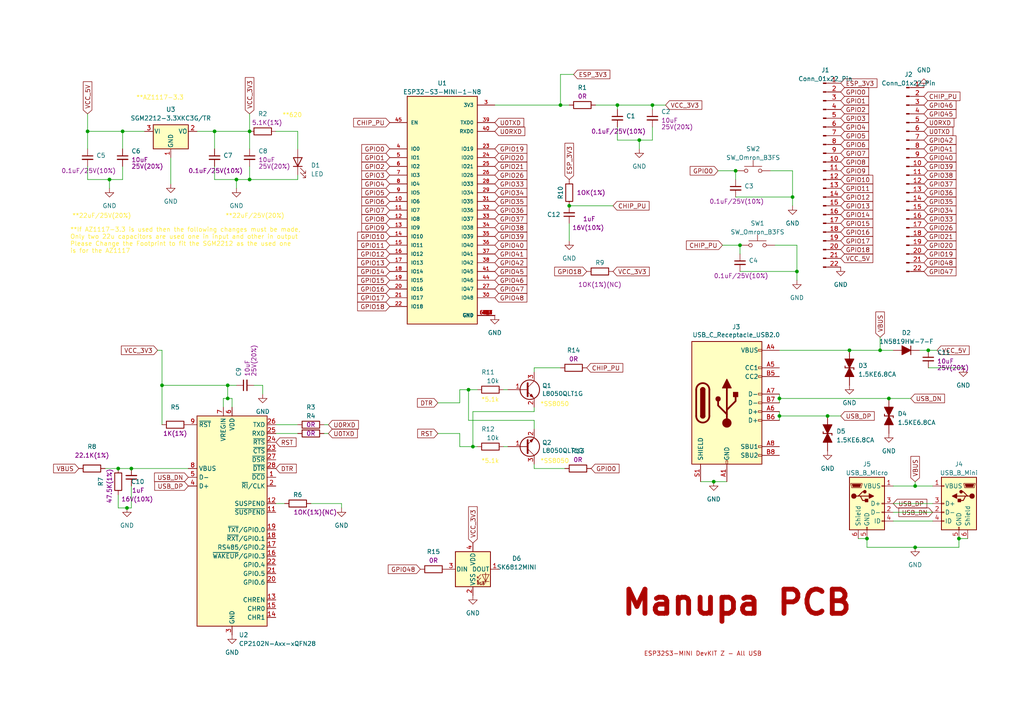
<source format=kicad_sch>
(kicad_sch (version 20230121) (generator eeschema)
  (paper "A4")
  (junction (at 35.56 38.1))
  (junction (at 257.81 115.57))
  (junction (at 165.1 59.69))
  (junction (at 62.23 38.1))
  (junction (at 265.43 140.97))
  (junction (at 213.36 49.53))
  (junction (at 179.07 30.48))
  (junction (at 229.87 57.15))
  (junction (at 162.56 30.48))
  (junction (at 66.04 115.57))
  (junction (at 46.99 111.76))
  (junction (at 31.75 52.07))
  (junction (at 25.4 38.1))
  (junction (at 68.58 52.07))
  (junction (at 72.39 38.1))
  (junction (at 240.03 120.65))
  (junction (at 36.83 147.32))
  (junction (at 265.43 158.75))
  (junction (at 246.38 101.6))
  (junction (at 231.14 78.74))
  (junction (at 137.16 129.54))
  (junction (at 226.06 120.65))
  (junction (at 207.01 139.7))
  (junction (at 278.13 156.21))
  (junction (at 189.23 30.48))
  (junction (at 255.27 101.6))
  (junction (at 214.63 71.12))
  (junction (at 38.1 135.89))
  (junction (at 269.24 101.6))
  (junction (at 72.39 52.07))
  (junction (at 66.04 111.76))
  (junction (at 226.06 115.57))
  (junction (at 185.42 40.64))
  (junction (at 34.29 135.89))
  (junction (at 251.46 156.21))
  (junction (at 135.89 113.03))
  (wire (pts (xy 255.27 97.79) (xy 255.27 101.6)))
  (wire (pts (xy 34.29 143.51) (xy 34.29 147.32)))
  (wire (pts (xy 214.63 73.66) (xy 214.63 71.12)))
  (wire (pts (xy 226.06 120.65) (xy 226.06 121.92)))
  (wire (pts (xy 207.01 139.7) (xy 210.82 139.7)))
  (wire (pts (xy 146.05 129.54) (xy 147.32 129.54)))
  (wire (pts (xy 179.07 40.64) (xy 185.42 40.64)))
  (wire (pts (xy 154.94 119.38) (xy 137.16 119.38)))
  (wire (pts (xy 38.1 135.89) (xy 54.61 135.89)))
  (wire (pts (xy 264.16 115.57) (xy 257.81 115.57)))
  (wire (pts (xy 38.1 147.32) (xy 36.83 147.32)))
  (wire (pts (xy 223.52 49.53) (xy 229.87 49.53)))
  (wire (pts (xy 189.23 30.48) (xy 193.04 30.48)))
  (wire (pts (xy 68.58 52.07) (xy 72.39 52.07)))
  (wire (pts (xy 209.55 71.12) (xy 214.63 71.12)))
  (wire (pts (xy 259.08 151.13) (xy 270.51 151.13)))
  (wire (pts (xy 62.23 52.07) (xy 62.23 48.26)))
  (wire (pts (xy 80.01 125.73) (xy 86.36 125.73)))
  (wire (pts (xy 127 116.84) (xy 133.35 116.84)))
  (wire (pts (xy 93.98 123.19) (xy 95.25 123.19)))
  (wire (pts (xy 68.58 52.07) (xy 68.58 54.61)))
  (wire (pts (xy 93.98 125.73) (xy 95.25 125.73)))
  (wire (pts (xy 189.23 40.64) (xy 189.23 36.83)))
  (wire (pts (xy 259.08 146.05) (xy 270.51 146.05)))
  (wire (pts (xy 259.08 148.59) (xy 270.51 148.59)))
  (wire (pts (xy 133.35 116.84) (xy 133.35 113.03)))
  (wire (pts (xy 147.32 113.03) (xy 146.05 113.03)))
  (wire (pts (xy 35.56 52.07) (xy 35.56 48.26)))
  (wire (pts (xy 72.39 52.07) (xy 72.39 48.26)))
  (wire (pts (xy 255.27 101.6) (xy 259.08 101.6)))
  (wire (pts (xy 25.4 52.07) (xy 25.4 48.26)))
  (wire (pts (xy 213.36 57.15) (xy 229.87 57.15)))
  (wire (pts (xy 64.77 118.11) (xy 64.77 115.57)))
  (wire (pts (xy 231.14 78.74) (xy 231.14 81.28)))
  (wire (pts (xy 154.94 118.11) (xy 154.94 119.38)))
  (wire (pts (xy 82.55 146.05) (xy 80.01 146.05)))
  (wire (pts (xy 133.35 125.73) (xy 133.35 129.54)))
  (wire (pts (xy 72.39 52.07) (xy 86.36 52.07)))
  (wire (pts (xy 203.2 139.7) (xy 207.01 139.7)))
  (wire (pts (xy 243.84 120.65) (xy 240.03 120.65)))
  (wire (pts (xy 165.1 59.69) (xy 177.8 59.69)))
  (wire (pts (xy 25.4 52.07) (xy 31.75 52.07)))
  (wire (pts (xy 278.13 158.75) (xy 278.13 156.21)))
  (wire (pts (xy 179.07 30.48) (xy 179.07 31.75)))
  (wire (pts (xy 259.08 140.97) (xy 265.43 140.97)))
  (wire (pts (xy 90.17 146.05) (xy 99.06 146.05)))
  (wire (pts (xy 154.94 106.68) (xy 162.56 106.68)))
  (wire (pts (xy 162.56 30.48) (xy 165.1 30.48)))
  (wire (pts (xy 265.43 158.75) (xy 278.13 158.75)))
  (wire (pts (xy 162.56 21.59) (xy 162.56 30.48)))
  (wire (pts (xy 154.94 135.89) (xy 163.83 135.89)))
  (wire (pts (xy 86.36 38.1) (xy 86.36 43.18)))
  (wire (pts (xy 72.39 38.1) (xy 72.39 43.18)))
  (wire (pts (xy 66.04 111.76) (xy 46.99 111.76)))
  (wire (pts (xy 137.16 119.38) (xy 137.16 129.54)))
  (wire (pts (xy 226.06 119.38) (xy 226.06 120.65)))
  (wire (pts (xy 226.06 115.57) (xy 226.06 116.84)))
  (wire (pts (xy 34.29 147.32) (xy 36.83 147.32)))
  (wire (pts (xy 246.38 101.6) (xy 255.27 101.6)))
  (wire (pts (xy 229.87 49.53) (xy 229.87 57.15)))
  (wire (pts (xy 35.56 43.18) (xy 35.56 38.1)))
  (wire (pts (xy 38.1 140.97) (xy 38.1 147.32)))
  (wire (pts (xy 214.63 78.74) (xy 231.14 78.74)))
  (wire (pts (xy 57.15 38.1) (xy 62.23 38.1)))
  (wire (pts (xy 86.36 50.8) (xy 86.36 52.07)))
  (wire (pts (xy 25.4 38.1) (xy 35.56 38.1)))
  (wire (pts (xy 185.42 40.64) (xy 189.23 40.64)))
  (wire (pts (xy 224.79 71.12) (xy 231.14 71.12)))
  (wire (pts (xy 62.23 38.1) (xy 72.39 38.1)))
  (wire (pts (xy 179.07 40.64) (xy 179.07 36.83)))
  (wire (pts (xy 25.4 38.1) (xy 25.4 43.18)))
  (wire (pts (xy 226.06 101.6) (xy 246.38 101.6)))
  (wire (pts (xy 99.06 147.32) (xy 99.06 146.05)))
  (wire (pts (xy 46.99 111.76) (xy 46.99 123.19)))
  (wire (pts (xy 166.37 21.59) (xy 162.56 21.59)))
  (wire (pts (xy 46.99 101.6) (xy 46.99 111.76)))
  (wire (pts (xy 154.94 107.95) (xy 154.94 106.68)))
  (wire (pts (xy 229.87 57.15) (xy 229.87 59.69)))
  (wire (pts (xy 138.43 129.54) (xy 137.16 129.54)))
  (wire (pts (xy 179.07 30.48) (xy 189.23 30.48)))
  (wire (pts (xy 76.2 114.3) (xy 76.2 111.76)))
  (wire (pts (xy 133.35 113.03) (xy 135.89 113.03)))
  (wire (pts (xy 154.94 121.92) (xy 154.94 124.46)))
  (wire (pts (xy 231.14 71.12) (xy 231.14 78.74)))
  (wire (pts (xy 226.06 114.3) (xy 226.06 115.57)))
  (wire (pts (xy 68.58 111.76) (xy 66.04 111.76)))
  (wire (pts (xy 34.29 135.89) (xy 38.1 135.89)))
  (wire (pts (xy 66.04 115.57) (xy 67.31 115.57)))
  (wire (pts (xy 278.13 156.21) (xy 280.67 156.21)))
  (wire (pts (xy 143.51 30.48) (xy 162.56 30.48)))
  (wire (pts (xy 31.75 52.07) (xy 35.56 52.07)))
  (wire (pts (xy 189.23 30.48) (xy 189.23 31.75)))
  (wire (pts (xy 208.28 49.53) (xy 213.36 49.53)))
  (wire (pts (xy 25.4 33.02) (xy 25.4 38.1)))
  (wire (pts (xy 265.43 140.97) (xy 270.51 140.97)))
  (wire (pts (xy 248.92 156.21) (xy 251.46 156.21)))
  (wire (pts (xy 45.72 101.6) (xy 46.99 101.6)))
  (wire (pts (xy 137.16 129.54) (xy 133.35 129.54)))
  (wire (pts (xy 135.89 113.03) (xy 135.89 121.92)))
  (wire (pts (xy 266.7 101.6) (xy 269.24 101.6)))
  (wire (pts (xy 67.31 115.57) (xy 67.31 118.11)))
  (wire (pts (xy 31.75 52.07) (xy 31.75 54.61)))
  (wire (pts (xy 127 125.73) (xy 133.35 125.73)))
  (wire (pts (xy 251.46 158.75) (xy 251.46 156.21)))
  (wire (pts (xy 269.24 106.68) (xy 279.4 106.68)))
  (wire (pts (xy 72.39 33.02) (xy 72.39 38.1)))
  (wire (pts (xy 80.01 38.1) (xy 86.36 38.1)))
  (wire (pts (xy 240.03 120.65) (xy 226.06 120.65)))
  (wire (pts (xy 64.77 115.57) (xy 66.04 115.57)))
  (wire (pts (xy 269.24 101.6) (xy 271.78 101.6)))
  (wire (pts (xy 66.04 111.76) (xy 66.04 115.57)))
  (wire (pts (xy 265.43 139.7) (xy 265.43 140.97)))
  (wire (pts (xy 30.48 135.89) (xy 34.29 135.89)))
  (wire (pts (xy 62.23 52.07) (xy 68.58 52.07)))
  (wire (pts (xy 135.89 121.92) (xy 154.94 121.92)))
  (wire (pts (xy 185.42 40.64) (xy 185.42 43.18)))
  (wire (pts (xy 49.53 45.72) (xy 49.53 53.34)))
  (wire (pts (xy 213.36 52.07) (xy 213.36 49.53)))
  (wire (pts (xy 80.01 123.19) (xy 86.36 123.19)))
  (wire (pts (xy 135.89 113.03) (xy 138.43 113.03)))
  (wire (pts (xy 154.94 134.62) (xy 154.94 135.89)))
  (wire (pts (xy 35.56 38.1) (xy 41.91 38.1)))
  (wire (pts (xy 257.81 115.57) (xy 226.06 115.57)))
  (wire (pts (xy 251.46 158.75) (xy 265.43 158.75)))
  (wire (pts (xy 165.1 69.85) (xy 165.1 64.77)))
  (wire (pts (xy 172.72 30.48) (xy 179.07 30.48)))
  (wire (pts (xy 62.23 38.1) (xy 62.23 43.18)))
  (wire (pts (xy 76.2 111.76) (xy 73.66 111.76)))
  (text "*SS8050" (at 165.1 118.11 0) (effects (font (size 1.27 1.27)) (justify right bottom)))
  (text "*SS8050" (at 165.1 134.62 0) (effects (font (size 1.27 1.27)) (justify right bottom)))
  (text "**If AZ1117-3.3 is used then the following changes must be made, \nOnly two 22u capacitors are used one in input and other in output\nPlease Change the Footprint to fit the SGM2212 as the used one \nis for the AZ1117" (at 20.32 73.66 0) (effects (font (size 1.27 1.27)) (justify left bottom)))
  (text "**620" (at 87.63 34.29 0) (effects (font (size 1.27 1.27)) (justify right bottom)))
  (text "**AZ1117-3.3" (at 53.34 29.21 0) (effects (font (size 1.27 1.27)) (justify right bottom)))
  (text "*5.1k" (at 144.78 134.62 0) (effects (font (size 1.27 1.27)) (justify right bottom)))
  (text "**22uF/25V(20%)" (at 82.55 63.5 0) (effects (font (size 1.27 1.27)) (justify right bottom)))
  (text "*5.1k" (at 144.78 116.84 0) (effects (font (size 1.27 1.27)) (justify right bottom)))
  (text "**22uF/25V(20%)" (at 38.1 63.5 0) (effects (font (size 1.27 1.27)) (justify right bottom)))
  (text "Manupa PCB\n" (at 247.65 179.07 0) (effects (font (size 7 7) (thickness 1.4) bold) (justify right bottom)))
  (text "ESP32S3-MINI DevKIT Z - All USB" (at 220.98 190.5 0) (effects (font (size 1.27 1.27)) (justify right bottom)))
  (global_label "DTR" (shape input) (at 80.01 135.89 0) (property "Intersheetrefs" "${INTERSHEET_REFS}" (effects hide)))
  (global_label "GPIO13" (shape input) (at 243.84 59.69 0) (property "Intersheetrefs" "${INTERSHEET_REFS}" (effects hide)))
  (global_label "GPIO47" (shape input) (at 143.51 83.82 0) (property "Intersheetrefs" "${INTERSHEET_REFS}" (effects hide)))
  (global_label "GPIO36" (shape input) (at 143.51 60.96 0) (property "Intersheetrefs" "${INTERSHEET_REFS}" (effects hide)))
  (global_label "GPIO3" (shape input) (at 243.84 34.29 0) (property "Intersheetrefs" "${INTERSHEET_REFS}" (effects hide)))
  (global_label "VCC_3V3" (shape input) (at 72.39 33.02 90) (property "Intersheetrefs" "${INTERSHEET_REFS}" (effects hide)))
  (global_label "GPIO39" (shape input) (at 143.51 68.58 0) (property "Intersheetrefs" "${INTERSHEET_REFS}" (effects hide)))
  (global_label "GPIO41" (shape input) (at 267.97 43.18 0) (property "Intersheetrefs" "${INTERSHEET_REFS}" (effects hide)))
  (global_label "GPIO17" (shape input) (at 243.84 69.85 0) (property "Intersheetrefs" "${INTERSHEET_REFS}" (effects hide)))
  (global_label "GPIO10" (shape input) (at 243.84 52.07 0) (property "Intersheetrefs" "${INTERSHEET_REFS}" (effects hide)))
  (global_label "GPIO9" (shape input) (at 243.84 49.53 0) (property "Intersheetrefs" "${INTERSHEET_REFS}" (effects hide)))
  (global_label "GPIO1" (shape input) (at 243.84 29.21 0) (property "Intersheetrefs" "${INTERSHEET_REFS}" (effects hide)))
  (global_label "GPIO38" (shape input) (at 267.97 50.8 0) (property "Intersheetrefs" "${INTERSHEET_REFS}" (effects hide)))
  (global_label "GPIO1" (shape input) (at 113.03 45.72 180) (property "Intersheetrefs" "${INTERSHEET_REFS}" (effects hide)))
  (global_label "VCC_5V" (shape input) (at 243.84 74.93 0) (property "Intersheetrefs" "${INTERSHEET_REFS}" (effects hide)))
  (global_label "GPIO13" (shape input) (at 113.03 76.2 180) (property "Intersheetrefs" "${INTERSHEET_REFS}" (effects hide)))
  (global_label "GPIO18" (shape input) (at 113.03 88.9 180) (property "Intersheetrefs" "${INTERSHEET_REFS}" (effects hide)))
  (global_label "ESP_3V3" (shape input) (at 166.37 21.59 0) (property "Intersheetrefs" "${INTERSHEET_REFS}" (effects hide)))
  (global_label "GPIO41" (shape input) (at 143.51 73.66 0) (property "Intersheetrefs" "${INTERSHEET_REFS}" (effects hide)))
  (global_label "GPIO34" (shape input) (at 267.97 60.96 0) (property "Intersheetrefs" "${INTERSHEET_REFS}" (effects hide)))
  (global_label "VCC_3V3" (shape input) (at 193.04 30.48 0) (property "Intersheetrefs" "${INTERSHEET_REFS}" (effects hide)))
  (global_label "GPIO0" (shape input) (at 113.03 43.18 180) (property "Intersheetrefs" "${INTERSHEET_REFS}" (effects hide)))
  (global_label "GPIO20" (shape input) (at 267.97 71.12 0) (property "Intersheetrefs" "${INTERSHEET_REFS}" (effects hide)))
  (global_label "GPIO37" (shape input) (at 267.97 53.34 0) (property "Intersheetrefs" "${INTERSHEET_REFS}" (effects hide)))
  (global_label "GPIO21" (shape input) (at 267.97 68.58 0) (property "Intersheetrefs" "${INTERSHEET_REFS}" (effects hide)))
  (global_label "GPIO14" (shape input) (at 243.84 62.23 0) (property "Intersheetrefs" "${INTERSHEET_REFS}" (effects hide)))
  (global_label "GPIO3" (shape input) (at 113.03 50.8 180) (property "Intersheetrefs" "${INTERSHEET_REFS}" (effects hide)))
  (global_label "GPIO33" (shape input) (at 143.51 53.34 0) (property "Intersheetrefs" "${INTERSHEET_REFS}" (effects hide)))
  (global_label "VCC_5V" (shape input) (at 271.78 101.6 0) (property "Intersheetrefs" "${INTERSHEET_REFS}" (effects hide)))
  (global_label "GPIO12" (shape input) (at 113.03 73.66 180) (property "Intersheetrefs" "${INTERSHEET_REFS}" (effects hide)))
  (global_label "USB_DN" (shape input) (at 54.61 138.43 180) (property "Intersheetrefs" "${INTERSHEET_REFS}" (effects hide)))
  (global_label "GPIO39" (shape input) (at 267.97 48.26 0) (property "Intersheetrefs" "${INTERSHEET_REFS}" (effects hide)))
  (global_label "ESP_3V3" (shape input) (at 165.1 52.07 90) (property "Intersheetrefs" "${INTERSHEET_REFS}" (effects hide)))
  (global_label "VCC_3V3" (shape input) (at 45.72 101.6 180) (property "Intersheetrefs" "${INTERSHEET_REFS}" (effects hide)))
  (global_label "GPIO38" (shape input) (at 143.51 66.04 0) (property "Intersheetrefs" "${INTERSHEET_REFS}" (effects hide)))
  (global_label "GPIO17" (shape input) (at 113.03 86.36 180) (property "Intersheetrefs" "${INTERSHEET_REFS}" (effects hide)))
  (global_label "GPIO4" (shape input) (at 113.03 53.34 180) (property "Intersheetrefs" "${INTERSHEET_REFS}" (effects hide)))
  (global_label "GPIO46" (shape input) (at 267.97 30.48 0) (property "Intersheetrefs" "${INTERSHEET_REFS}" (effects hide)))
  (global_label "GPIO2" (shape input) (at 113.03 48.26 180) (property "Intersheetrefs" "${INTERSHEET_REFS}" (effects hide)))
  (global_label "CHIP_PU" (shape input) (at 170.18 106.68 0) (property "Intersheetrefs" "${INTERSHEET_REFS}" (effects hide)))
  (global_label "GPIO0" (shape input) (at 208.28 49.53 180) (property "Intersheetrefs" "${INTERSHEET_REFS}" (effects hide)))
  (global_label "GPIO6" (shape input) (at 243.84 41.91 0) (property "Intersheetrefs" "${INTERSHEET_REFS}" (effects hide)))
  (global_label "GPIO35" (shape input) (at 143.51 58.42 0) (property "Intersheetrefs" "${INTERSHEET_REFS}" (effects hide)))
  (global_label "GPIO33" (shape input) (at 267.97 63.5 0) (property "Intersheetrefs" "${INTERSHEET_REFS}" (effects hide)))
  (global_label "CHIP_PU" (shape input) (at 113.03 35.56 180) (property "Intersheetrefs" "${INTERSHEET_REFS}" (effects hide)))
  (global_label "USB_DN" (shape input) (at 264.16 115.57 0) (property "Intersheetrefs" "${INTERSHEET_REFS}" (effects hide)))
  (global_label "GPIO8" (shape input) (at 243.84 46.99 0) (property "Intersheetrefs" "${INTERSHEET_REFS}" (effects hide)))
  (global_label "GPIO21" (shape input) (at 143.51 48.26 0) (property "Intersheetrefs" "${INTERSHEET_REFS}" (effects hide)))
  (global_label "GPIO11" (shape input) (at 113.03 71.12 180) (property "Intersheetrefs" "${INTERSHEET_REFS}" (effects hide)))
  (global_label "GPIO2" (shape input) (at 243.84 31.75 0) (property "Intersheetrefs" "${INTERSHEET_REFS}" (effects hide)))
  (global_label "U0RXD" (shape input) (at 95.25 123.19 0) (property "Intersheetrefs" "${INTERSHEET_REFS}" (effects hide)))
  (global_label "GPIO46" (shape input) (at 143.51 81.28 0) (property "Intersheetrefs" "${INTERSHEET_REFS}" (effects hide)))
  (global_label "CHIP_PU" (shape input) (at 209.55 71.12 180) (property "Intersheetrefs" "${INTERSHEET_REFS}" (effects hide)))
  (global_label "U0RXD" (shape input) (at 143.51 38.1 0) (property "Intersheetrefs" "${INTERSHEET_REFS}" (effects hide)))
  (global_label "USB_DN" (shape input) (at 270.51 148.59 180) (property "Intersheetrefs" "${INTERSHEET_REFS}" (effects hide)))
  (global_label "GPIO37" (shape input) (at 143.51 63.5 0) (property "Intersheetrefs" "${INTERSHEET_REFS}" (effects hide)))
  (global_label "U0TXD" (shape input) (at 267.97 38.1 0) (property "Intersheetrefs" "${INTERSHEET_REFS}" (effects hide)))
  (global_label "GPIO0" (shape input) (at 243.84 26.67 0) (property "Intersheetrefs" "${INTERSHEET_REFS}" (effects hide)))
  (global_label "GPIO10" (shape input) (at 113.03 68.58 180) (property "Intersheetrefs" "${INTERSHEET_REFS}" (effects hide)))
  (global_label "GPIO48" (shape input) (at 143.51 86.36 0) (property "Intersheetrefs" "${INTERSHEET_REFS}" (effects hide)))
  (global_label "GPIO48" (shape input) (at 121.92 165.1 180) (property "Intersheetrefs" "${INTERSHEET_REFS}" (effects hide)))
  (global_label "RST" (shape input) (at 127 125.73 180) (property "Intersheetrefs" "${INTERSHEET_REFS}" (effects hide)))
  (global_label "VBUS" (shape input) (at 265.43 139.7 90) (property "Intersheetrefs" "${INTERSHEET_REFS}" (effects hide)))
  (global_label "VBUS" (shape input) (at 22.86 135.89 180) (property "Intersheetrefs" "${INTERSHEET_REFS}" (effects hide)))
  (global_label "CHIP_PU" (shape input) (at 177.8 59.69 0) (property "Intersheetrefs" "${INTERSHEET_REFS}" (effects hide)))
  (global_label "GPIO16" (shape input) (at 113.03 83.82 180) (property "Intersheetrefs" "${INTERSHEET_REFS}" (effects hide)))
  (global_label "USB_DP" (shape input) (at 259.08 146.05 0) (property "Intersheetrefs" "${INTERSHEET_REFS}" (effects hide)))
  (global_label "DTR" (shape input) (at 127 116.84 180) (property "Intersheetrefs" "${INTERSHEET_REFS}" (effects hide)))
  (global_label "U0TXD" (shape input) (at 95.25 125.73 0) (property "Intersheetrefs" "${INTERSHEET_REFS}" (effects hide)))
  (global_label "GPIO7" (shape input) (at 243.84 44.45 0) (property "Intersheetrefs" "${INTERSHEET_REFS}" (effects hide)))
  (global_label "RST" (shape input) (at 80.01 128.27 0) (property "Intersheetrefs" "${INTERSHEET_REFS}" (effects hide)))
  (global_label "CHIP_PU" (shape input) (at 267.97 27.94 0) (property "Intersheetrefs" "${INTERSHEET_REFS}" (effects hide)))
  (global_label "GPIO18" (shape input) (at 170.18 78.74 180) (property "Intersheetrefs" "${INTERSHEET_REFS}" (effects hide)))
  (global_label "GPIO16" (shape input) (at 243.84 67.31 0) (property "Intersheetrefs" "${INTERSHEET_REFS}" (effects hide)))
  (global_label "GPIO34" (shape input) (at 143.51 55.88 0) (property "Intersheetrefs" "${INTERSHEET_REFS}" (effects hide)))
  (global_label "GPIO15" (shape input) (at 113.03 81.28 180) (property "Intersheetrefs" "${INTERSHEET_REFS}" (effects hide)))
  (global_label "ESP_3V3" (shape input) (at 243.84 24.13 0) (property "Intersheetrefs" "${INTERSHEET_REFS}" (effects hide)))
  (global_label "GPIO35" (shape input) (at 267.97 58.42 0) (property "Intersheetrefs" "${INTERSHEET_REFS}" (effects hide)))
  (global_label "GPIO36" (shape input) (at 267.97 55.88 0) (property "Intersheetrefs" "${INTERSHEET_REFS}" (effects hide)))
  (global_label "GPIO5" (shape input) (at 243.84 39.37 0) (property "Intersheetrefs" "${INTERSHEET_REFS}" (effects hide)))
  (global_label "GPIO4" (shape input) (at 243.84 36.83 0) (property "Intersheetrefs" "${INTERSHEET_REFS}" (effects hide)))
  (global_label "GPIO19" (shape input) (at 143.51 43.18 0) (property "Intersheetrefs" "${INTERSHEET_REFS}" (effects hide)))
  (global_label "VCC_5V" (shape input) (at 25.4 33.02 90) (property "Intersheetrefs" "${INTERSHEET_REFS}" (effects hide)))
  (global_label "USB_DP" (shape input) (at 54.61 140.97 180) (property "Intersheetrefs" "${INTERSHEET_REFS}" (effects hide)))
  (global_label "VCC_3V3" (shape input) (at 137.16 157.48 90) (property "Intersheetrefs" "${INTERSHEET_REFS}" (effects hide)))
  (global_label "GPIO18" (shape input) (at 243.84 72.39 0) (property "Intersheetrefs" "${INTERSHEET_REFS}" (effects hide)))
  (global_label "GPIO42" (shape input) (at 143.51 76.2 0) (property "Intersheetrefs" "${INTERSHEET_REFS}" (effects hide)))
  (global_label "U0RXD" (shape input) (at 267.97 35.56 0) (property "Intersheetrefs" "${INTERSHEET_REFS}" (effects hide)))
  (global_label "GPIO48" (shape input) (at 267.97 76.2 0) (property "Intersheetrefs" "${INTERSHEET_REFS}" (effects hide)))
  (global_label "GPIO15" (shape input) (at 243.84 64.77 0) (property "Intersheetrefs" "${INTERSHEET_REFS}" (effects hide)))
  (global_label "GPIO19" (shape input) (at 267.97 73.66 0) (property "Intersheetrefs" "${INTERSHEET_REFS}" (effects hide)))
  (global_label "GPIO47" (shape input) (at 267.97 78.74 0) (property "Intersheetrefs" "${INTERSHEET_REFS}" (effects hide)))
  (global_label "GPIO26" (shape input) (at 143.51 50.8 0) (property "Intersheetrefs" "${INTERSHEET_REFS}" (effects hide)))
  (global_label "GPIO40" (shape input) (at 143.51 71.12 0) (property "Intersheetrefs" "${INTERSHEET_REFS}" (effects hide)))
  (global_label "GPIO42" (shape input) (at 267.97 40.64 0) (property "Intersheetrefs" "${INTERSHEET_REFS}" (effects hide)))
  (global_label "GPIO9" (shape input) (at 113.03 66.04 180) (property "Intersheetrefs" "${INTERSHEET_REFS}" (effects hide)))
  (global_label "GPIO5" (shape input) (at 113.03 55.88 180) (property "Intersheetrefs" "${INTERSHEET_REFS}" (effects hide)))
  (global_label "GPIO8" (shape input) (at 113.03 63.5 180) (property "Intersheetrefs" "${INTERSHEET_REFS}" (effects hide)))
  (global_label "VCC_3V3" (shape input) (at 177.8 78.74 0) (property "Intersheetrefs" "${INTERSHEET_REFS}" (effects hide)))
  (global_label "GPIO11" (shape input) (at 243.84 54.61 0) (property "Intersheetrefs" "${INTERSHEET_REFS}" (effects hide)))
  (global_label "GPIO12" (shape input) (at 243.84 57.15 0) (property "Intersheetrefs" "${INTERSHEET_REFS}" (effects hide)))
  (global_label "GPIO45" (shape input) (at 267.97 33.02 0) (property "Intersheetrefs" "${INTERSHEET_REFS}" (effects hide)))
  (global_label "GPIO26" (shape input) (at 267.97 66.04 0) (property "Intersheetrefs" "${INTERSHEET_REFS}" (effects hide)))
  (global_label "GPIO40" (shape input) (at 267.97 45.72 0) (property "Intersheetrefs" "${INTERSHEET_REFS}" (effects hide)))
  (global_label "USB_DP" (shape input) (at 243.84 120.65 0) (property "Intersheetrefs" "${INTERSHEET_REFS}" (effects hide)))
  (global_label "GPIO45" (shape input) (at 143.51 78.74 0) (property "Intersheetrefs" "${INTERSHEET_REFS}" (effects hide)))
  (global_label "U0TXD" (shape input) (at 143.51 35.56 0) (property "Intersheetrefs" "${INTERSHEET_REFS}" (effects hide)))
  (global_label "GPIO0" (shape input) (at 171.45 135.89 0) (property "Intersheetrefs" "${INTERSHEET_REFS}" (effects hide)))
  (global_label "GPIO20" (shape input) (at 143.51 45.72 0) (property "Intersheetrefs" "${INTERSHEET_REFS}" (effects hide)))
  (global_label "GPIO6" (shape input) (at 113.03 58.42 180) (property "Intersheetrefs" "${INTERSHEET_REFS}" (effects hide)))
  (global_label "GPIO14" (shape input) (at 113.03 78.74 180) (property "Intersheetrefs" "${INTERSHEET_REFS}" (effects hide)))
  (global_label "GPIO7" (shape input) (at 113.03 60.96 180) (property "Intersheetrefs" "${INTERSHEET_REFS}" (effects hide)))
  (global_label "VBUS" (shape input) (at 255.27 97.79 90) (property "Intersheetrefs" "${INTERSHEET_REFS}" (effects hide)))
  (symbol (lib_id "PCM_4ms_Power-symbol:GND") (at 99.06 147.32 0) (unit 1)
    (property "Reference" "#PWR012" (effects hide))
    (property "Value" "GND" (at 99.06 152.4 0))
  )
  (symbol (lib_id "Interface_USB:CP2102N-Axx-xQFN28") (at 67.31 151.13 0) (unit 1)
    (property "Reference" "U2" (at 69.2659 184.15 0) (effects (justify left)))
    (property "Value" "CP2102N-Axx-xQFN28" (at 69.2659 186.69 0) (effects (justify left)))
    (property "Footprint" "Package_DFN_QFN:QFN-28-1EP_5x5mm_P0.5mm_EP3.35x3.35mm" (effects hide))
    (property "Datasheet" "https://www.silabs.com/documents/public/data-sheets/cp2102n-datasheet.pdf" (effects hide))
  )
  (symbol (lib_id "PCM_4ms_Resistor:0R_0603") (at 167.64 135.89 90) (unit 1)
    (property "Reference" "R13" (at 167.64 130.81 90))
    (property "Value" "0R_0603" (effects hide))
    (property "Footprint" "PCM_4ms_Resistor:R_0603" (effects hide))
    (property "Specifications" "0R, 1%, 1/10W, 0603" (effects hide))
    (property "Manufacturer" "Yageo" (effects hide))
    (property "Part Number" "RC0603FR-100RL" (effects hide))
    (property "Display" "0R" (at 167.64 133.35 90))
    (property "JLCPCB ID" "C21189" (effects hide))
  )
  (symbol (lib_id "PCM_4ms_Power-symbol:GND") (at 231.14 81.28 0) (unit 1)
    (property "Reference" "#PWR06" (effects hide))
    (property "Value" "GND" (at 231.14 86.36 0))
  )
  (symbol (lib_id "PCM_4ms_Resistor:0R_0603") (at 168.91 30.48 90) (unit 1)
    (property "Reference" "R1" (at 168.91 25.4 90))
    (property "Value" "0R_0603" (effects hide))
    (property "Footprint" "PCM_4ms_Resistor:R_0603" (effects hide))
    (property "Specifications" "0R, 1%, 1/10W, 0603" (effects hide))
    (property "Manufacturer" "Yageo" (effects hide))
    (property "Part Number" "RC0603FR-100RL" (effects hide))
    (property "Display" "0R" (at 168.91 27.94 90))
    (property "JLCPCB ID" "C21189" (effects hide))
  )
  (symbol (lib_id "PCM_4ms_Power-symbol:GND") (at 246.38 111.76 0) (unit 1)
    (property "Reference" "#PWR021" (effects hide))
    (property "Value" "GND" (at 246.38 116.84 0))
  )
  (symbol (lib_id "PCM_4ms_Capacitor:0.1uF_0603_16V") (at 62.23 45.72 0) (unit 1)
    (property "Reference" "C7" (at 64.77 45.0913 0) (effects (justify left)))
    (property "Value" "0.1uF_0603_16V" (effects hide))
    (property "Footprint" "Capacitor_SMD:C_0603_1608Metric" (effects hide))
    (property "Specifications" "0.1uF, Min. 16V 10%, X7R or X5R or similar" (effects hide))
    (property "Manufacturer" "AVX Corporation" (effects hide))
    (property "Part Number" "0603YC104KAT2A" (effects hide))
    (property "Display" "0.1uF/25V(10%)" (at 54.61 49.53 0) (effects (justify left)))
    (property "JLCPCB ID" "C14663" (effects hide))
  )
  (symbol (lib_id "PCM_4ms_Capacitor:0.1uF_0603_16V") (at 179.07 34.29 0) (unit 1)
    (property "Reference" "C1" (at 181.61 33.6613 0) (effects (justify left)))
    (property "Value" "0.1uF_0603_16V" (effects hide))
    (property "Footprint" "Capacitor_SMD:C_0603_1608Metric" (effects hide))
    (property "Specifications" "0.1uF, Min. 16V 10%, X7R or X5R or similar" (effects hide))
    (property "Manufacturer" "AVX Corporation" (effects hide))
    (property "Part Number" "0603YC104KAT2A" (effects hide))
    (property "Display" "0.1uF/25V(10%)" (at 171.45 38.1 0) (effects (justify left)))
    (property "JLCPCB ID" "C14663" (effects hide))
  )
  (symbol (lib_id "PCM_4ms_Capacitor:0.1uF_0603_16V") (at 25.4 45.72 0) (unit 1)
    (property "Reference" "C5" (at 27.94 45.0913 0) (effects (justify left)))
    (property "Value" "0.1uF_0603_16V" (effects hide))
    (property "Footprint" "Capacitor_SMD:C_0603_1608Metric" (effects hide))
    (property "Specifications" "0.1uF, Min. 16V 10%, X7R or X5R or similar" (effects hide))
    (property "Manufacturer" "AVX Corporation" (effects hide))
    (property "Part Number" "0603YC104KAT2A" (effects hide))
    (property "Display" "0.1uF/25V(10%)" (at 17.78 49.53 0) (effects (justify left)))
    (property "JLCPCB ID" "C14663" (effects hide))
  )
  (symbol (lib_id "PCM_Diode_TVS_AKL:1.5KE6.8CA") (at 246.38 106.68 90) (unit 1)
    (property "Reference" "D3" (at 248.92 106.045 90) (effects (justify right)))
    (property "Value" "1.5KE6.8CA" (at 248.92 108.585 90) (effects (justify right)))
    (property "Footprint" "PCM_4ms_Resistor:R_0603" (effects hide))
    (property "Datasheet" "https://www.tme.eu/Document/574f55cd54a0c134073ea930418e1e69/1_5KE_ser.pdf" (effects hide))
  )
  (symbol (lib_id "Switch:SW_Omron_B3FS") (at 219.71 71.12 0) (unit 1)
    (property "Reference" "SW1" (at 219.71 64.77 0))
    (property "Value" "SW_Omron_B3FS" (at 219.71 67.31 0))
    (property "Footprint" "Button_Switch_SMD:SW_SPST_Omron_B3FS-100xP" (effects hide))
    (property "Datasheet" "https://omronfs.omron.com/en_US/ecb/products/pdf/en-b3fs.pdf" (effects hide))
  )
  (symbol (lib_id "Connector:Conn_01x22_Pin") (at 262.89 50.8 0) (unit 1)
    (property "Reference" "J2" (at 263.525 21.59 0))
    (property "Value" "Conn_01x22_Pin" (at 263.525 24.13 0))
    (property "Footprint" "Connector_PinHeader_2.00mm:PinHeader_1x22_P2.00mm_Vertical" (effects hide))
  )
  (symbol (lib_id "PCM_4ms_Capacitor:10uF_1206_35V") (at 269.24 104.14 0) (unit 1)
    (property "Reference" "C11" (at 271.78 102.2413 0) (effects (justify left)))
    (property "Value" "10uF_1206_35V" (effects hide))
    (property "Footprint" "Capacitor_SMD:C_0603_1608Metric" (effects hide))
    (property "Specifications" "10uF, X6S, Min 35V" (effects hide))
    (property "Manufacturer" "TDK" (effects hide))
    (property "Part Number" "C3216X6S1V106K160AC" (effects hide))
    (property "Display" "10uF" (at 271.78 104.7813 0) (effects (justify left)))
    (property "JLCPCB ID" "25V(20%)" (at 271.78 106.68 0) (effects (justify left)))
  )
  (symbol (lib_id "PCM_4ms_Power-symbol:GND") (at 243.84 77.47 0) (unit 1)
    (property "Reference" "#PWR03" (effects hide))
    (property "Value" "GND" (at 243.84 82.55 0))
  )
  (symbol (lib_id "ESP32-S3-MINI-1-N8:ESP32-S3-MINI-1-N8") (at 128.27 60.96 0) (unit 1)
    (property "Reference" "U1" (at 128.27 24.13 0))
    (property "Value" "ESP32-S3-MINI-1-N8" (at 128.27 26.67 0))
    (property "Footprint" "XCVR_ESP32-S3-MINI-1-N8" (effects hide))
    (property "PARTREV" "v0.6" (effects hide))
    (property "STANDARD" "Manufacturer Recommendations" (effects hide))
    (property "MAXIMUM_PACKAGE_HEIGHT" "2.55mm" (effects hide))
    (property "MANUFACTURER" "Espressif" (effects hide))
  )
  (symbol (lib_id "PCM_4ms_Resistor:0R_0603") (at 26.67 135.89 90) (unit 1)
    (property "Reference" "R8" (at 26.67 129.54 90))
    (property "Value" "0R_0603" (effects hide))
    (property "Footprint" "PCM_4ms_Resistor:R_0603" (effects hide))
    (property "Specifications" "0R, 1%, 1/10W, 0603" (effects hide))
    (property "Manufacturer" "Yageo" (effects hide))
    (property "Part Number" "RC0603FR-100RL" (effects hide))
    (property "Display" "22.1K(1%)" (at 26.67 132.08 90))
    (property "JLCPCB ID" "C21189" (effects hide))
  )
  (symbol (lib_id "PCM_4ms_Power-symbol:GND") (at 143.51 91.44 0) (unit 1)
    (property "Reference" "#PWR01" (effects hide))
    (property "Value" "GND" (at 143.51 96.52 0))
  )
  (symbol (lib_id "PCM_Diode_TVS_AKL:1.5KE6.8CA") (at 240.03 125.73 90) (unit 1)
    (property "Reference" "D5" (at 242.57 125.095 90) (effects (justify right)))
    (property "Value" "1.5KE6.8CA" (at 242.57 127.635 90) (effects (justify right)))
    (property "Footprint" "PCM_4ms_Resistor:R_0603" (effects hide))
    (property "Datasheet" "https://www.tme.eu/Document/574f55cd54a0c134073ea930418e1e69/1_5KE_ser.pdf" (effects hide))
  )
  (symbol (lib_id "PCM_4ms_Resistor:0R_0603") (at 50.8 123.19 90) (unit 1)
    (property "Reference" "R5" (at 50.8 118.11 90))
    (property "Value" "0R_0603" (effects hide))
    (property "Footprint" "PCM_4ms_Resistor:R_0603" (effects hide))
    (property "Specifications" "0R, 1%, 1/10W, 0603" (effects hide))
    (property "Manufacturer" "Yageo" (effects hide))
    (property "Part Number" "RC0603FR-100RL" (effects hide))
    (property "Display" "1K(1%)" (at 50.8 125.73 90))
    (property "JLCPCB ID" "C21189" (effects hide))
  )
  (symbol (lib_id "ESP32_Devkit_TypeC-rescue:USB_C_Receptacle_USB2.0-Connector") (at 210.82 116.84 0) (unit 1)
    (property "Reference" "J3" (at 213.5378 94.8182 0))
    (property "Value" "USB_C_Receptacle_USB2.0" (at 213.5378 97.1296 0))
    (property "Footprint" "Connector_USB:USB_C_Receptacle_Palconn_UTC16-G" (effects hide))
    (property "Datasheet" "https://www.usb.org/sites/default/files/documents/usb_type-c.zip" (effects hide))
    (property "LCSC" "C167321" (effects hide))
  )
  (symbol (lib_id "PCM_4ms_Power-symbol:GND") (at 265.43 158.75 0) (unit 1)
    (property "Reference" "#PWR014" (effects hide))
    (property "Value" "GND" (at 265.43 163.83 0))
  )
  (symbol (lib_id "PCM_4ms_Power-symbol:GND") (at 267.97 25.4 0) (mirror x) (unit 1)
    (property "Reference" "#PWR04" (effects hide))
    (property "Value" "GND" (at 267.97 20.32 0))
  )
  (symbol (lib_id "PCM_4ms_Resistor:0R_0603") (at 90.17 125.73 90) (unit 1)
    (property "Reference" "R4" (at 90.17 120.65 90))
    (property "Value" "0R_0603" (effects hide))
    (property "Footprint" "PCM_4ms_Resistor:R_0603" (effects hide))
    (property "Specifications" "0R, 1%, 1/10W, 0603" (effects hide))
    (property "Manufacturer" "Yageo" (effects hide))
    (property "Part Number" "RC0603FR-100RL" (effects hide))
    (property "Display" "0R" (at 90.17 123.19 90))
    (property "JLCPCB ID" "C21189" (effects hide))
  )
  (symbol (lib_id "PCM_4ms_Power-symbol:GND") (at 240.03 130.81 0) (unit 1)
    (property "Reference" "#PWR016" (effects hide))
    (property "Value" "GND" (at 240.03 135.89 0))
  )
  (symbol (lib_id "LED:SK6812MINI") (at 137.16 165.1 0) (unit 1)
    (property "Reference" "D6" (at 149.86 161.9759 0))
    (property "Value" "SK6812MINI" (at 149.86 164.5159 0))
    (property "Footprint" "LED_SMD:LED_SK6812MINI_PLCC4_3.5x3.5mm_P1.75mm" (effects hide))
    (property "Datasheet" "https://cdn-shop.adafruit.com/product-files/2686/SK6812MINI_REV.01-1-2.pdf" (effects hide))
  )
  (symbol (lib_id "PCM_4ms_Capacitor:0.1uF_0603_16V") (at 214.63 76.2 0) (unit 1)
    (property "Reference" "C4" (at 217.17 75.5713 0) (effects (justify left)))
    (property "Value" "0.1uF_0603_16V" (effects hide))
    (property "Footprint" "Capacitor_SMD:C_0603_1608Metric" (effects hide))
    (property "Specifications" "0.1uF, Min. 16V 10%, X7R or X5R or similar" (effects hide))
    (property "Manufacturer" "AVX Corporation" (effects hide))
    (property "Part Number" "0603YC104KAT2A" (effects hide))
    (property "Display" "0.1uF/25V(10%)" (at 207.01 80.01 0) (effects (justify left)))
    (property "JLCPCB ID" "C14663" (effects hide))
  )
  (symbol (lib_id "PCM_4ms_Resistor:0R_0603") (at 173.99 78.74 90) (unit 1)
    (property "Reference" "R9" (at 173.99 76.2 90))
    (property "Value" "0R_0603" (effects hide))
    (property "Footprint" "PCM_4ms_Resistor:R_0603" (effects hide))
    (property "Specifications" "0R, 1%, 1/10W, 0603" (effects hide))
    (property "Manufacturer" "Yageo" (effects hide))
    (property "Part Number" "RC0603FR-100RL" (effects hide))
    (property "Display" "1OK(1%)(NC)" (at 173.99 82.55 90))
    (property "JLCPCB ID" "C21189" (effects hide))
  )
  (symbol (lib_id "PCM_4ms_Power-symbol:GND") (at 76.2 114.3 0) (unit 1)
    (property "Reference" "#PWR011" (effects hide))
    (property "Value" "GND" (at 76.2 119.38 0))
  )
  (symbol (lib_id "PCM_4ms_Resistor:0R_0603") (at 76.2 38.1 90) (unit 1)
    (property "Reference" "R2" (at 76.2 33.02 90))
    (property "Value" "0R_0603" (effects hide))
    (property "Footprint" "PCM_4ms_Resistor:R_0603" (effects hide))
    (property "Specifications" "0R, 1%, 1/10W, 0603" (effects hide))
    (property "Manufacturer" "Yageo" (effects hide))
    (property "Part Number" "RC0603FR-100RL" (effects hide))
    (property "Display" "5.1K(1%)" (at 77.47 35.56 90))
    (property "JLCPCB ID" "C21189" (effects hide))
  )
  (symbol (lib_id "PCM_4ms_Power-symbol:GND") (at 31.75 54.61 0) (unit 1)
    (property "Reference" "#PWR07" (effects hide))
    (property "Value" "GND" (at 31.75 59.69 0))
  )
  (symbol (lib_id "PCM_4ms_Power-symbol:GND") (at 137.16 172.72 0) (unit 1)
    (property "Reference" "#PWR020" (effects hide))
    (property "Value" "GND" (at 137.16 177.8 0))
  )
  (symbol (lib_id "PCM_4ms_Capacitor:10uF_1206_35V") (at 71.12 111.76 90) (unit 1)
    (property "Reference" "C9" (at 69.2213 109.22 0) (effects (justify left)))
    (property "Value" "10uF_1206_35V" (effects hide))
    (property "Footprint" "Capacitor_SMD:C_0603_1608Metric" (effects hide))
    (property "Specifications" "10uF, X6S, Min 35V" (effects hide))
    (property "Manufacturer" "TDK" (effects hide))
    (property "Part Number" "C3216X6S1V106K160AC" (effects hide))
    (property "Display" "10uF" (at 71.7613 109.22 0) (effects (justify left)))
    (property "JLCPCB ID" "25V(20%)" (at 73.66 109.22 0) (effects (justify left)))
  )
  (symbol (lib_id "PCM_4ms_Capacitor:0.1uF_0603_16V") (at 213.36 54.61 0) (unit 1)
    (property "Reference" "C3" (at 215.9 53.9813 0) (effects (justify left)))
    (property "Value" "0.1uF_0603_16V" (effects hide))
    (property "Footprint" "Capacitor_SMD:C_0603_1608Metric" (effects hide))
    (property "Specifications" "0.1uF, Min. 16V 10%, X7R or X5R or similar" (effects hide))
    (property "Manufacturer" "AVX Corporation" (effects hide))
    (property "Part Number" "0603YC104KAT2A" (effects hide))
    (property "Display" "0.1uF/25V(10%)" (at 205.74 58.42 0) (effects (justify left)))
    (property "JLCPCB ID" "C14663" (effects hide))
  )
  (symbol (lib_id "PCM_4ms_Power-symbol:GND") (at 49.53 53.34 0) (unit 1)
    (property "Reference" "#PWR09" (effects hide))
    (property "Value" "GND" (at 49.53 58.42 0))
  )
  (symbol (lib_id "PCM_4ms_Power-symbol:GND") (at 67.31 184.15 0) (unit 1)
    (property "Reference" "#PWR010" (effects hide))
    (property "Value" "GND" (at 67.31 189.23 0))
  )
  (symbol (lib_id "Regulator_Linear:AZ1117-3.3") (at 49.53 38.1 0) (unit 1)
    (property "Reference" "U3" (at 49.53 31.75 0))
    (property "Value" "SGM2212-3.3XKC3G/TR" (at 49.53 34.29 0))
    (property "Footprint" "PCM_Package_TO_SOT_SMD_AKL:SOT-223-3_TabPin2" (effects hide))
    (property "Datasheet" "https://www.diodes.com/assets/Datasheets/AZ1117.pdf" (effects hide))
  )
  (symbol (lib_id "PCM_4ms_Capacitor:10uF_1206_35V") (at 72.39 45.72 0) (unit 1)
    (property "Reference" "C8" (at 74.93 43.8213 0) (effects (justify left)))
    (property "Value" "10uF_1206_35V" (effects hide))
    (property "Footprint" "Capacitor_SMD:C_0603_1608Metric" (effects hide))
    (property "Specifications" "10uF, X6S, Min 35V" (effects hide))
    (property "Manufacturer" "TDK" (effects hide))
    (property "Part Number" "C3216X6S1V106K160AC" (effects hide))
    (property "Display" "10uF" (at 74.93 46.3613 0) (effects (justify left)))
    (property "JLCPCB ID" "25V(20%)" (at 74.93 48.26 0) (effects (justify left)))
  )
  (symbol (lib_id "PCM_Diode_AKL:1SS427") (at 262.89 101.6 0) (unit 1)
    (property "Reference" "D2" (at 262.89 96.52 0))
    (property "Value" "1N5819HW-7-F" (at 262.89 99.06 0))
    (property "Footprint" "PCM_4ms_Resistor:R_0805_2012Metric" (effects hide))
    (property "Datasheet" "https://www.tme.eu/Document/25d564543e912e0436d3d7d81c57cd6b/1SS427.pdf" (effects hide))
  )
  (symbol (lib_id "PCM_4ms_Capacitor:10uF_1206_35V") (at 38.1 138.43 180) (unit 1)
    (property "Reference" "C10" (at 41.91 139.7 0) (effects (justify left)))
    (property "Value" "10uF_1206_35V" (effects hide))
    (property "Footprint" "Capacitor_SMD:C_0603_1608Metric" (effects hide))
    (property "Specifications" "10uF, X6S, Min 35V" (effects hide))
    (property "Manufacturer" "TDK" (effects hide))
    (property "Part Number" "C3216X6S1V106K160AC" (effects hide))
    (property "Display" "1uF" (at 41.91 142.24 0) (effects (justify left)))
    (property "JLCPCB ID" "16V(10%)" (at 44.45 144.78 0) (effects (justify left)))
  )
  (symbol (lib_id "PCM_4ms_Resistor:0R_0603") (at 86.36 146.05 90) (unit 1)
    (property "Reference" "R6" (at 86.36 143.51 90))
    (property "Value" "0R_0603" (effects hide))
    (property "Footprint" "PCM_4ms_Resistor:R_0603" (effects hide))
    (property "Specifications" "0R, 1%, 1/10W, 0603" (effects hide))
    (property "Manufacturer" "Yageo" (effects hide))
    (property "Part Number" "RC0603FR-100RL" (effects hide))
    (property "Display" "1OK(1%)(NC)" (at 91.44 148.59 90))
    (property "JLCPCB ID" "C21189" (effects hide))
  )
  (symbol (lib_id "PCM_4ms_Power-symbol:GND") (at 207.01 139.7 0) (unit 1)
    (property "Reference" "#PWR015" (effects hide))
    (property "Value" "GND" (at 207.01 144.78 0))
  )
  (symbol (lib_id "PCM_4ms_Capacitor:10uF_1206_35V") (at 35.56 45.72 0) (unit 1)
    (property "Reference" "C6" (at 38.1 43.8213 0) (effects (justify left)))
    (property "Value" "10uF_1206_35V" (effects hide))
    (property "Footprint" "Capacitor_SMD:C_0603_1608Metric" (effects hide))
    (property "Specifications" "10uF, X6S, Min 35V" (effects hide))
    (property "Manufacturer" "TDK" (effects hide))
    (property "Part Number" "C3216X6S1V106K160AC" (effects hide))
    (property "Display" "10uF" (at 38.1 46.3613 0) (effects (justify left)))
    (property "JLCPCB ID" "25V(20%)" (at 38.1 48.26 0) (effects (justify left)))
  )
  (symbol (lib_id "Connector:USB_B_Micro") (at 251.46 146.05 0) (unit 1)
    (property "Reference" "J5" (at 251.46 134.62 0))
    (property "Value" "USB_B_Micro" (at 251.46 137.16 0))
    (property "Footprint" "Connector_USB:USB_Micro-AB_Molex_47590-0001" (effects hide))
  )
  (symbol (lib_id "Transistor_BJT:MMBT3904") (at 152.4 113.03 0) (unit 1)
    (property "Reference" "Q1" (at 157.226 111.8616 0) (effects (justify left)))
    (property "Value" "L8050QLT1G" (at 157.226 114.173 0) (effects (justify left)))
    (property "Footprint" "Package_TO_SOT_SMD:SOT-23" (effects hide))
    (property "Datasheet" "https://www.fairchildsemi.com/datasheets/2N/2N3904.pdf" (effects hide))
    (property "LCSC" "C2150" (effects hide))
  )
  (symbol (lib_id "Device:R") (at 142.24 113.03 270) (unit 1)
    (property "Reference" "R11" (at 143.51 107.95 90) (effects (justify right)))
    (property "Value" "10k" (at 144.78 110.49 90) (effects (justify right)))
    (property "Footprint" "PCM_4ms_Resistor:R_0603" (effects hide))
    (property "LCSC" " C25905" (effects hide))
  )
  (symbol (lib_id "Connector:USB_B_Mini") (at 278.13 146.05 0) (mirror y) (unit 1)
    (property "Reference" "J4" (at 278.13 134.62 0))
    (property "Value" "USB_B_Mini" (at 278.13 137.16 0))
    (property "Footprint" "Connector_USB:USB_Mini-B_Lumberg_2486_01_Horizontal" (effects hide))
  )
  (symbol (lib_id "PCM_4ms_Power-symbol:GND") (at 185.42 43.18 0) (unit 1)
    (property "Reference" "#PWR02" (effects hide))
    (property "Value" "GND" (at 185.42 48.26 0))
  )
  (symbol (lib_id "PCM_4ms_Resistor:0R_0603") (at 166.37 106.68 90) (unit 1)
    (property "Reference" "R14" (at 166.37 101.6 90))
    (property "Value" "0R_0603" (effects hide))
    (property "Footprint" "PCM_4ms_Resistor:R_0603" (effects hide))
    (property "Specifications" "0R, 1%, 1/10W, 0603" (effects hide))
    (property "Manufacturer" "Yageo" (effects hide))
    (property "Part Number" "RC0603FR-100RL" (effects hide))
    (property "Display" "0R" (at 166.37 104.14 90))
    (property "JLCPCB ID" "C21189" (effects hide))
  )
  (symbol (lib_id "PCM_4ms_Resistor:0R_0603") (at 165.1 55.88 180) (unit 1)
    (property "Reference" "R10" (at 162.56 55.88 90))
    (property "Value" "0R_0603" (effects hide))
    (property "Footprint" "PCM_4ms_Resistor:R_0603" (effects hide))
    (property "Specifications" "0R, 1%, 1/10W, 0603" (effects hide))
    (property "Manufacturer" "Yageo" (effects hide))
    (property "Part Number" "RC0603FR-100RL" (effects hide))
    (property "Display" "1OK(1%)" (at 171.45 55.88 0))
    (property "JLCPCB ID" "C21189" (effects hide))
  )
  (symbol (lib_id "PCM_4ms_Power-symbol:GND") (at 257.81 125.73 0) (unit 1)
    (property "Reference" "#PWR017" (effects hide))
    (property "Value" "GND" (at 257.81 130.81 0))
  )
  (symbol (lib_id "Device:R") (at 142.24 129.54 270) (unit 1)
    (property "Reference" "R12" (at 143.51 124.46 90) (effects (justify right)))
    (property "Value" "10k" (at 144.78 127 90) (effects (justify right)))
    (property "Footprint" "PCM_4ms_Resistor:R_0603" (effects hide))
    (property "LCSC" " C25905" (effects hide))
  )
  (symbol (lib_id "PCM_4ms_Power-symbol:GND") (at 165.1 69.85 0) (unit 1)
    (property "Reference" "#PWR019" (effects hide))
    (property "Value" "GND" (at 165.1 74.93 0))
  )
  (symbol (lib_id "PCM_4ms_Power-symbol:GND") (at 68.58 54.61 0) (unit 1)
    (property "Reference" "#PWR08" (effects hide))
    (property "Value" "GND" (at 68.58 59.69 0))
  )
  (symbol (lib_id "PCM_4ms_Power-symbol:GND") (at 36.83 147.32 0) (unit 1)
    (property "Reference" "#PWR013" (effects hide))
    (property "Value" "GND" (at 36.83 152.4 0))
  )
  (symbol (lib_id "PCM_4ms_Power-symbol:GND") (at 279.4 106.68 0) (unit 1)
    (property "Reference" "#PWR018" (effects hide))
    (property "Value" "GND" (at 279.4 111.76 0))
  )
  (symbol (lib_id "PCM_4ms_Resistor:0R_0603") (at 90.17 123.19 90) (unit 1)
    (property "Reference" "R3" (at 90.17 118.11 90))
    (property "Value" "0R_0603" (effects hide))
    (property "Footprint" "PCM_4ms_Resistor:R_0603" (effects hide))
    (property "Specifications" "0R, 1%, 1/10W, 0603" (effects hide))
    (property "Manufacturer" "Yageo" (effects hide))
    (property "Part Number" "RC0603FR-100RL" (effects hide))
    (property "Display" "0R" (at 90.17 125.73 90))
    (property "JLCPCB ID" "C21189" (effects hide))
  )
  (symbol (lib_id "PCM_4ms_Power-symbol:GND") (at 229.87 59.69 0) (unit 1)
    (property "Reference" "#PWR05" (effects hide))
    (property "Value" "GND" (at 229.87 64.77 0))
  )
  (symbol (lib_id "Switch:SW_Omron_B3FS") (at 218.44 49.53 0) (unit 1)
    (property "Reference" "SW2" (at 218.44 43.18 0))
    (property "Value" "SW_Omron_B3FS" (at 218.44 45.72 0))
    (property "Footprint" "Button_Switch_SMD:SW_SPST_Omron_B3FS-100xP" (effects hide))
    (property "Datasheet" "https://omronfs.omron.com/en_US/ecb/products/pdf/en-b3fs.pdf" (effects hide))
  )
  (symbol (lib_id "Device:LED") (at 86.36 46.99 90) (unit 1)
    (property "Reference" "D1" (at 90.17 47.9425 90) (effects (justify right)))
    (property "Value" "LED" (at 90.17 50.4825 90) (effects (justify right)))
    (property "Footprint" "LED_SMD:LED_0603_1608Metric" (effects hide))
  )
  (symbol (lib_id "PCM_4ms_Capacitor:10uF_1206_35V") (at 165.1 62.23 180) (unit 1)
    (property "Reference" "C12" (at 162.56 62.23 0) (effects (justify left)))
    (property "Value" "10uF_1206_35V" (effects hide))
    (property "Footprint" "Capacitor_SMD:C_0603_1608Metric" (effects hide))
    (property "Specifications" "10uF, X6S, Min 35V" (effects hide))
    (property "Manufacturer" "TDK" (effects hide))
    (property "Part Number" "C3216X6S1V106K160AC" (effects hide))
    (property "Display" "1uF" (at 172.72 63.5 0) (effects (justify left)))
    (property "JLCPCB ID" "16V(10%)" (at 175.26 66.04 0) (effects (justify left)))
  )
  (symbol (lib_id "Connector:Conn_01x22_Pin") (at 238.76 49.53 0) (unit 1)
    (property "Reference" "J1" (at 239.395 20.32 0))
    (property "Value" "Conn_01x22_Pin" (at 239.395 22.86 0))
    (property "Footprint" "Connector_PinHeader_2.00mm:PinHeader_1x22_P2.00mm_Vertical" (effects hide))
  )
  (symbol (lib_id "Transistor_BJT:MMBT3904") (at 152.4 129.54 0) (mirror x) (unit 1)
    (property "Reference" "Q2" (at 157.226 128.3716 0) (effects (justify left)))
    (property "Value" "L8050QLT1G" (at 157.226 130.683 0) (effects (justify left)))
    (property "Footprint" "Package_TO_SOT_SMD:SOT-23" (effects hide))
    (property "Datasheet" "https://www.fairchildsemi.com/datasheets/2N/2N3904.pdf" (effects hide))
    (property "LCSC" "C2150" (effects hide))
  )
  (symbol (lib_id "PCM_Diode_TVS_AKL:1.5KE6.8CA") (at 257.81 120.65 90) (unit 1)
    (property "Reference" "D4" (at 260.35 120.015 90) (effects (justify right)))
    (property "Value" "1.5KE6.8CA" (at 260.35 122.555 90) (effects (justify right)))
    (property "Footprint" "PCM_4ms_Resistor:R_0603" (effects hide))
    (property "Datasheet" "https://www.tme.eu/Document/574f55cd54a0c134073ea930418e1e69/1_5KE_ser.pdf" (effects hide))
  )
  (symbol (lib_id "PCM_4ms_Resistor:0R_0603") (at 125.73 165.1 90) (unit 1)
    (property "Reference" "R15" (at 125.73 160.02 90))
    (property "Value" "0R_0603" (effects hide))
    (property "Footprint" "PCM_4ms_Resistor:R_0603" (effects hide))
    (property "Specifications" "0R, 1%, 1/10W, 0603" (effects hide))
    (property "Manufacturer" "Yageo" (effects hide))
    (property "Part Number" "RC0603FR-100RL" (effects hide))
    (property "Display" "0R" (at 125.73 162.56 90))
    (property "JLCPCB ID" "C21189" (effects hide))
  )
  (symbol (lib_id "PCM_4ms_Resistor:0R_0603") (at 34.29 139.7 180) (unit 1)
    (property "Reference" "R7" (at 29.21 139.7 90))
    (property "Value" "0R_0603" (effects hide))
    (property "Footprint" "PCM_4ms_Resistor:R_0603" (effects hide))
    (property "Specifications" "0R, 1%, 1/10W, 0603" (effects hide))
    (property "Manufacturer" "Yageo" (effects hide))
    (property "Part Number" "RC0603FR-100RL" (effects hide))
    (property "Display" "47.5K(1%)" (at 31.75 140.97 90))
    (property "JLCPCB ID" "C21189" (effects hide))
  )
  (symbol (lib_id "PCM_4ms_Capacitor:10uF_1206_35V") (at 189.23 34.29 0) (unit 1)
    (property "Reference" "C2" (at 191.77 32.3913 0) (effects (justify left)))
    (property "Value" "10uF_1206_35V" (effects hide))
    (property "Footprint" "Capacitor_SMD:C_0603_1608Metric" (effects hide))
    (property "Specifications" "10uF, X6S, Min 35V" (effects hide))
    (property "Manufacturer" "TDK" (effects hide))
    (property "Part Number" "C3216X6S1V106K160AC" (effects hide))
    (property "Display" "10uF" (at 191.77 34.9313 0) (effects (justify left)))
    (property "JLCPCB ID" "25V(20%)" (at 191.77 36.83 0) (effects (justify left)))
  )
)
</source>
